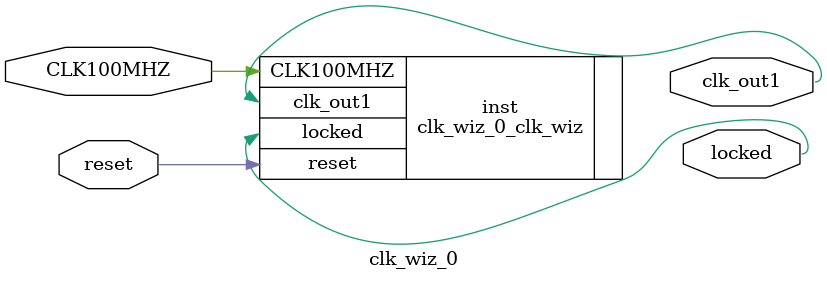
<source format=v>


`timescale 1ps/1ps

(* CORE_GENERATION_INFO = "clk_wiz_0,clk_wiz_v6_0_1_0_0,{component_name=clk_wiz_0,use_phase_alignment=true,use_min_o_jitter=false,use_max_i_jitter=false,use_dyn_phase_shift=false,use_inclk_switchover=false,use_dyn_reconfig=false,enable_axi=0,feedback_source=FDBK_AUTO,PRIMITIVE=MMCM,num_out_clk=1,clkin1_period=10.000,clkin2_period=10.000,use_power_down=false,use_reset=true,use_locked=true,use_inclk_stopped=false,feedback_type=SINGLE,CLOCK_MGR_TYPE=NA,manual_override=false}" *)

module clk_wiz_0 
 (
  // Clock out ports
  output        clk_out1,
  // Status and control signals
  input         reset,
  output        locked,
 // Clock in ports
  input         CLK100MHZ
 );

  clk_wiz_0_clk_wiz inst
  (
  // Clock out ports  
  .clk_out1(clk_out1),
  // Status and control signals               
  .reset(reset), 
  .locked(locked),
 // Clock in ports
  .CLK100MHZ(CLK100MHZ)
  );

endmodule

</source>
